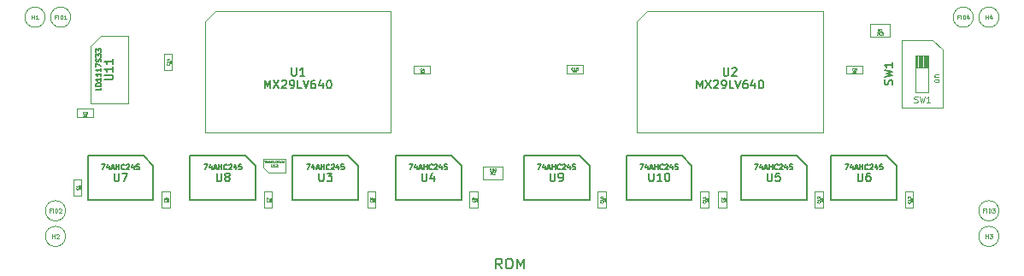
<source format=gbr>
G04 #@! TF.GenerationSoftware,KiCad,Pcbnew,(5.1.5-0-10_14)*
G04 #@! TF.CreationDate,2020-07-05T22:59:27-04:00*
G04 #@! TF.ProjectId,ROMSIMM,524f4d53-494d-44d2-9e6b-696361645f70,rev?*
G04 #@! TF.SameCoordinates,Original*
G04 #@! TF.FileFunction,Other,Fab,Top*
%FSLAX46Y46*%
G04 Gerber Fmt 4.6, Leading zero omitted, Abs format (unit mm)*
G04 Created by KiCad (PCBNEW (5.1.5-0-10_14)) date 2020-07-05 22:59:27*
%MOMM*%
%LPD*%
G04 APERTURE LIST*
%ADD10C,0.100000*%
%ADD11C,0.150000*%
%ADD12C,0.063500*%
%ADD13C,0.047625*%
%ADD14C,0.203200*%
%ADD15C,0.031750*%
%ADD16C,0.090000*%
%ADD17C,0.127000*%
G04 APERTURE END LIST*
D10*
X76438000Y-123444000D02*
G75*
G03X76438000Y-123444000I-1000000J0D01*
G01*
X168894000Y-123444000D02*
G75*
G03X168894000Y-123444000I-1000000J0D01*
G01*
X166354000Y-104267000D02*
G75*
G03X166354000Y-104267000I-1000000J0D01*
G01*
X76946000Y-104267000D02*
G75*
G03X76946000Y-104267000I-1000000J0D01*
G01*
X96000000Y-118280000D02*
X96000000Y-119130000D01*
X96500000Y-119630000D02*
X98200000Y-119630000D01*
X96000000Y-118280000D02*
X98200000Y-118280000D01*
X98200000Y-118280000D02*
X98200000Y-119630000D01*
X96000000Y-119130000D02*
X96500000Y-119630000D01*
X158099000Y-106162000D02*
X156099000Y-106162000D01*
X158099000Y-104912000D02*
X158099000Y-106162000D01*
X156099000Y-104912000D02*
X158099000Y-104912000D01*
X156099000Y-106162000D02*
X156099000Y-104912000D01*
X117750000Y-119075000D02*
X119750000Y-119075000D01*
X117750000Y-120325000D02*
X117750000Y-119075000D01*
X119750000Y-120325000D02*
X117750000Y-120325000D01*
X119750000Y-119075000D02*
X119750000Y-120325000D01*
X91250000Y-103700000D02*
X90250000Y-104700000D01*
X108650000Y-103700000D02*
X108650000Y-115700000D01*
X108650000Y-115700000D02*
X90250000Y-115700000D01*
X90250000Y-115700000D02*
X90250000Y-104700000D01*
X91250000Y-103700000D02*
X108650000Y-103700000D01*
X134040000Y-103700000D02*
X133040000Y-104700000D01*
X151440000Y-103700000D02*
X151440000Y-115700000D01*
X151440000Y-115700000D02*
X133040000Y-115700000D01*
X133040000Y-115700000D02*
X133040000Y-104700000D01*
X134040000Y-103700000D02*
X151440000Y-103700000D01*
X96900000Y-121550000D02*
X96900000Y-123150000D01*
X96100000Y-121550000D02*
X96900000Y-121550000D01*
X96100000Y-123150000D02*
X96100000Y-121550000D01*
X96900000Y-123150000D02*
X96100000Y-123150000D01*
X161925000Y-109251667D02*
X160655000Y-109251667D01*
X160725000Y-108045000D02*
X160725000Y-109251667D01*
X160825000Y-108045000D02*
X160825000Y-109251667D01*
X160925000Y-108045000D02*
X160925000Y-109251667D01*
X161025000Y-108045000D02*
X161025000Y-109251667D01*
X161125000Y-108045000D02*
X161125000Y-109251667D01*
X161225000Y-108045000D02*
X161225000Y-109251667D01*
X161325000Y-108045000D02*
X161325000Y-109251667D01*
X161425000Y-108045000D02*
X161425000Y-109251667D01*
X161525000Y-108045000D02*
X161525000Y-109251667D01*
X161625000Y-108045000D02*
X161625000Y-109251667D01*
X161725000Y-108045000D02*
X161725000Y-109251667D01*
X161825000Y-108045000D02*
X161825000Y-109251667D01*
X161925000Y-111665000D02*
X161925000Y-108045000D01*
X160655000Y-111665000D02*
X161925000Y-111665000D01*
X160655000Y-108045000D02*
X160655000Y-111665000D01*
X161925000Y-108045000D02*
X160655000Y-108045000D01*
X162340000Y-106505000D02*
X163340000Y-107505000D01*
X159240000Y-106505000D02*
X162340000Y-106505000D01*
X159240000Y-113205000D02*
X159240000Y-106505000D01*
X163340000Y-113205000D02*
X159240000Y-113205000D01*
X163340000Y-107505000D02*
X163340000Y-113205000D01*
X87000000Y-107900000D02*
X87000000Y-109500000D01*
X86200000Y-107900000D02*
X87000000Y-107900000D01*
X86200000Y-109500000D02*
X86200000Y-107900000D01*
X87000000Y-109500000D02*
X86200000Y-109500000D01*
X76438000Y-125984000D02*
G75*
G03X76438000Y-125984000I-1000000J0D01*
G01*
X168894000Y-125984000D02*
G75*
G03X168894000Y-125984000I-1000000J0D01*
G01*
D11*
X104425000Y-117950000D02*
X105425000Y-118950000D01*
X98925000Y-117950000D02*
X104425000Y-117950000D01*
X98925000Y-122350000D02*
X98925000Y-117950000D01*
X105425000Y-122350000D02*
X98925000Y-122350000D01*
X105425000Y-118950000D02*
X105425000Y-122350000D01*
X148825000Y-117950000D02*
X149825000Y-118950000D01*
X143325000Y-117950000D02*
X148825000Y-117950000D01*
X143325000Y-122350000D02*
X143325000Y-117950000D01*
X149825000Y-122350000D02*
X143325000Y-122350000D01*
X149825000Y-118950000D02*
X149825000Y-122350000D01*
D10*
X78000000Y-120323000D02*
X78000000Y-121923000D01*
X77200000Y-120323000D02*
X78000000Y-120323000D01*
X77200000Y-121923000D02*
X77200000Y-120323000D01*
X78000000Y-121923000D02*
X77200000Y-121923000D01*
X141900000Y-121550000D02*
X141900000Y-123150000D01*
X141100000Y-121550000D02*
X141900000Y-121550000D01*
X141100000Y-123150000D02*
X141100000Y-121550000D01*
X141900000Y-123150000D02*
X141100000Y-123150000D01*
X79150000Y-114150000D02*
X77550000Y-114150000D01*
X79150000Y-113350000D02*
X79150000Y-114150000D01*
X77550000Y-113350000D02*
X79150000Y-113350000D01*
X77550000Y-114150000D02*
X77550000Y-113350000D01*
X112550000Y-109850000D02*
X110950000Y-109850000D01*
X112550000Y-109050000D02*
X112550000Y-109850000D01*
X110950000Y-109050000D02*
X112550000Y-109050000D01*
X110950000Y-109850000D02*
X110950000Y-109050000D01*
X155350000Y-109850000D02*
X153750000Y-109850000D01*
X155350000Y-109050000D02*
X155350000Y-109850000D01*
X153750000Y-109050000D02*
X155350000Y-109050000D01*
X153750000Y-109850000D02*
X153750000Y-109050000D01*
X86750000Y-121550000D02*
X86750000Y-123150000D01*
X85950000Y-121550000D02*
X86750000Y-121550000D01*
X85950000Y-123150000D02*
X85950000Y-121550000D01*
X86750000Y-123150000D02*
X85950000Y-123150000D01*
X117250000Y-121550000D02*
X117250000Y-123150000D01*
X116450000Y-121550000D02*
X117250000Y-121550000D01*
X116450000Y-123150000D02*
X116450000Y-121550000D01*
X117250000Y-123150000D02*
X116450000Y-123150000D01*
X129950000Y-121550000D02*
X129950000Y-123150000D01*
X129150000Y-121550000D02*
X129950000Y-121550000D01*
X129150000Y-123150000D02*
X129150000Y-121550000D01*
X129950000Y-123150000D02*
X129150000Y-123150000D01*
X140100000Y-121550000D02*
X140100000Y-123150000D01*
X139300000Y-121550000D02*
X140100000Y-121550000D01*
X139300000Y-123150000D02*
X139300000Y-121550000D01*
X140100000Y-123150000D02*
X139300000Y-123150000D01*
X151450000Y-121550000D02*
X151450000Y-123150000D01*
X150650000Y-121550000D02*
X151450000Y-121550000D01*
X150650000Y-123150000D02*
X150650000Y-121550000D01*
X151450000Y-123150000D02*
X150650000Y-123150000D01*
X160400000Y-121550000D02*
X160400000Y-123150000D01*
X159600000Y-121550000D02*
X160400000Y-121550000D01*
X159600000Y-123150000D02*
X159600000Y-121550000D01*
X160400000Y-123150000D02*
X159600000Y-123150000D01*
D11*
X114625000Y-117950000D02*
X115625000Y-118950000D01*
X109125000Y-117950000D02*
X114625000Y-117950000D01*
X109125000Y-122350000D02*
X109125000Y-117950000D01*
X115625000Y-122350000D02*
X109125000Y-122350000D01*
X115625000Y-118950000D02*
X115625000Y-122350000D01*
X157775000Y-117950000D02*
X158775000Y-118950000D01*
X152275000Y-117950000D02*
X157775000Y-117950000D01*
X152275000Y-122350000D02*
X152275000Y-117950000D01*
X158775000Y-122350000D02*
X152275000Y-122350000D01*
X158775000Y-118950000D02*
X158775000Y-122350000D01*
X84125000Y-117950000D02*
X85125000Y-118950000D01*
X78625000Y-117950000D02*
X84125000Y-117950000D01*
X78625000Y-122350000D02*
X78625000Y-117950000D01*
X85125000Y-122350000D02*
X78625000Y-122350000D01*
X85125000Y-118950000D02*
X85125000Y-122350000D01*
X94275000Y-117950000D02*
X95275000Y-118950000D01*
X88775000Y-117950000D02*
X94275000Y-117950000D01*
X88775000Y-122350000D02*
X88775000Y-117950000D01*
X95275000Y-122350000D02*
X88775000Y-122350000D01*
X95275000Y-118950000D02*
X95275000Y-122350000D01*
X127325000Y-117950000D02*
X128325000Y-118950000D01*
X121825000Y-117950000D02*
X127325000Y-117950000D01*
X121825000Y-122350000D02*
X121825000Y-117950000D01*
X128325000Y-122350000D02*
X121825000Y-122350000D01*
X128325000Y-118950000D02*
X128325000Y-122350000D01*
X137475000Y-117950000D02*
X138475000Y-118950000D01*
X131975000Y-117950000D02*
X137475000Y-117950000D01*
X131975000Y-122350000D02*
X131975000Y-117950000D01*
X138475000Y-122350000D02*
X131975000Y-122350000D01*
X138475000Y-118950000D02*
X138475000Y-122350000D01*
D10*
X78900000Y-107100000D02*
X79900000Y-106100000D01*
X78900000Y-107100000D02*
X78900000Y-112800000D01*
X79900000Y-106100000D02*
X82600000Y-106100000D01*
X78900000Y-112800000D02*
X82600000Y-112800000D01*
X82600000Y-106100000D02*
X82600000Y-112800000D01*
X107113500Y-121550000D02*
X107113500Y-123150000D01*
X106313500Y-121550000D02*
X107113500Y-121550000D01*
X106313500Y-123150000D02*
X106313500Y-121550000D01*
X107113500Y-123150000D02*
X106313500Y-123150000D01*
X74406000Y-104267000D02*
G75*
G03X74406000Y-104267000I-1000000J0D01*
G01*
X168894000Y-104267000D02*
G75*
G03X168894000Y-104267000I-1000000J0D01*
G01*
X127650000Y-109800000D02*
X126050000Y-109800000D01*
X127650000Y-109000000D02*
X127650000Y-109800000D01*
X126050000Y-109000000D02*
X127650000Y-109000000D01*
X126050000Y-109800000D02*
X126050000Y-109000000D01*
X75009428Y-123415428D02*
X74876095Y-123415428D01*
X74876095Y-123624952D02*
X74876095Y-123224952D01*
X75066571Y-123224952D01*
X75218952Y-123624952D02*
X75218952Y-123224952D01*
X75409428Y-123624952D02*
X75409428Y-123224952D01*
X75504666Y-123224952D01*
X75561809Y-123244000D01*
X75599904Y-123282095D01*
X75618952Y-123320190D01*
X75638000Y-123396380D01*
X75638000Y-123453523D01*
X75618952Y-123529714D01*
X75599904Y-123567809D01*
X75561809Y-123605904D01*
X75504666Y-123624952D01*
X75409428Y-123624952D01*
X75790380Y-123263047D02*
X75809428Y-123244000D01*
X75847523Y-123224952D01*
X75942761Y-123224952D01*
X75980857Y-123244000D01*
X75999904Y-123263047D01*
X76018952Y-123301142D01*
X76018952Y-123339238D01*
X75999904Y-123396380D01*
X75771333Y-123624952D01*
X76018952Y-123624952D01*
X167465428Y-123415428D02*
X167332095Y-123415428D01*
X167332095Y-123624952D02*
X167332095Y-123224952D01*
X167522571Y-123224952D01*
X167674952Y-123624952D02*
X167674952Y-123224952D01*
X167865428Y-123624952D02*
X167865428Y-123224952D01*
X167960666Y-123224952D01*
X168017809Y-123244000D01*
X168055904Y-123282095D01*
X168074952Y-123320190D01*
X168094000Y-123396380D01*
X168094000Y-123453523D01*
X168074952Y-123529714D01*
X168055904Y-123567809D01*
X168017809Y-123605904D01*
X167960666Y-123624952D01*
X167865428Y-123624952D01*
X168227333Y-123224952D02*
X168474952Y-123224952D01*
X168341619Y-123377333D01*
X168398761Y-123377333D01*
X168436857Y-123396380D01*
X168455904Y-123415428D01*
X168474952Y-123453523D01*
X168474952Y-123548761D01*
X168455904Y-123586857D01*
X168436857Y-123605904D01*
X168398761Y-123624952D01*
X168284476Y-123624952D01*
X168246380Y-123605904D01*
X168227333Y-123586857D01*
X164925428Y-104238428D02*
X164792095Y-104238428D01*
X164792095Y-104447952D02*
X164792095Y-104047952D01*
X164982571Y-104047952D01*
X165134952Y-104447952D02*
X165134952Y-104047952D01*
X165325428Y-104447952D02*
X165325428Y-104047952D01*
X165420666Y-104047952D01*
X165477809Y-104067000D01*
X165515904Y-104105095D01*
X165534952Y-104143190D01*
X165554000Y-104219380D01*
X165554000Y-104276523D01*
X165534952Y-104352714D01*
X165515904Y-104390809D01*
X165477809Y-104428904D01*
X165420666Y-104447952D01*
X165325428Y-104447952D01*
X165896857Y-104181285D02*
X165896857Y-104447952D01*
X165801619Y-104028904D02*
X165706380Y-104314619D01*
X165954000Y-104314619D01*
X75517428Y-104238428D02*
X75384095Y-104238428D01*
X75384095Y-104447952D02*
X75384095Y-104047952D01*
X75574571Y-104047952D01*
X75726952Y-104447952D02*
X75726952Y-104047952D01*
X75917428Y-104447952D02*
X75917428Y-104047952D01*
X76012666Y-104047952D01*
X76069809Y-104067000D01*
X76107904Y-104105095D01*
X76126952Y-104143190D01*
X76146000Y-104219380D01*
X76146000Y-104276523D01*
X76126952Y-104352714D01*
X76107904Y-104390809D01*
X76069809Y-104428904D01*
X76012666Y-104447952D01*
X75917428Y-104447952D01*
X76526952Y-104447952D02*
X76298380Y-104447952D01*
X76412666Y-104447952D02*
X76412666Y-104047952D01*
X76374571Y-104105095D01*
X76336476Y-104143190D01*
X76298380Y-104162238D01*
D12*
X96785523Y-118810904D02*
X96785523Y-119016523D01*
X96797619Y-119040714D01*
X96809714Y-119052809D01*
X96833904Y-119064904D01*
X96882285Y-119064904D01*
X96906476Y-119052809D01*
X96918571Y-119040714D01*
X96930666Y-119016523D01*
X96930666Y-118810904D01*
X97184666Y-119064904D02*
X97039523Y-119064904D01*
X97112095Y-119064904D02*
X97112095Y-118810904D01*
X97087904Y-118847190D01*
X97063714Y-118871380D01*
X97039523Y-118883476D01*
X97281428Y-118835095D02*
X97293523Y-118823000D01*
X97317714Y-118810904D01*
X97378190Y-118810904D01*
X97402380Y-118823000D01*
X97414476Y-118835095D01*
X97426571Y-118859285D01*
X97426571Y-118883476D01*
X97414476Y-118919761D01*
X97269333Y-119064904D01*
X97426571Y-119064904D01*
D13*
X96120285Y-118495678D02*
X96247285Y-118495678D01*
X96165642Y-118686178D01*
X96401500Y-118559178D02*
X96401500Y-118686178D01*
X96356142Y-118486607D02*
X96310785Y-118622678D01*
X96428714Y-118622678D01*
X96592000Y-118686178D02*
X96501285Y-118686178D01*
X96501285Y-118495678D01*
X96628285Y-118495678D02*
X96691785Y-118686178D01*
X96755285Y-118495678D01*
X96927642Y-118668035D02*
X96918571Y-118677107D01*
X96891357Y-118686178D01*
X96873214Y-118686178D01*
X96846000Y-118677107D01*
X96827857Y-118658964D01*
X96818785Y-118640821D01*
X96809714Y-118604535D01*
X96809714Y-118577321D01*
X96818785Y-118541035D01*
X96827857Y-118522892D01*
X96846000Y-118504750D01*
X96873214Y-118495678D01*
X96891357Y-118495678D01*
X96918571Y-118504750D01*
X96927642Y-118513821D01*
X97109071Y-118686178D02*
X97000214Y-118686178D01*
X97054642Y-118686178D02*
X97054642Y-118495678D01*
X97036500Y-118522892D01*
X97018357Y-118541035D01*
X97000214Y-118550107D01*
X97290500Y-118504750D02*
X97272357Y-118495678D01*
X97245142Y-118495678D01*
X97217928Y-118504750D01*
X97199785Y-118522892D01*
X97190714Y-118541035D01*
X97181642Y-118577321D01*
X97181642Y-118604535D01*
X97190714Y-118640821D01*
X97199785Y-118658964D01*
X97217928Y-118677107D01*
X97245142Y-118686178D01*
X97263285Y-118686178D01*
X97290500Y-118677107D01*
X97299571Y-118668035D01*
X97299571Y-118604535D01*
X97263285Y-118604535D01*
X97417500Y-118495678D02*
X97435642Y-118495678D01*
X97453785Y-118504750D01*
X97462857Y-118513821D01*
X97471928Y-118531964D01*
X97481000Y-118568250D01*
X97481000Y-118613607D01*
X97471928Y-118649892D01*
X97462857Y-118668035D01*
X97453785Y-118677107D01*
X97435642Y-118686178D01*
X97417500Y-118686178D01*
X97399357Y-118677107D01*
X97390285Y-118668035D01*
X97381214Y-118649892D01*
X97372142Y-118613607D01*
X97372142Y-118568250D01*
X97381214Y-118531964D01*
X97390285Y-118513821D01*
X97399357Y-118504750D01*
X97417500Y-118495678D01*
X97553571Y-118513821D02*
X97562642Y-118504750D01*
X97580785Y-118495678D01*
X97626142Y-118495678D01*
X97644285Y-118504750D01*
X97653357Y-118513821D01*
X97662428Y-118531964D01*
X97662428Y-118550107D01*
X97653357Y-118577321D01*
X97544500Y-118686178D01*
X97662428Y-118686178D01*
X97843857Y-118504750D02*
X97825714Y-118495678D01*
X97798500Y-118495678D01*
X97771285Y-118504750D01*
X97753142Y-118522892D01*
X97744071Y-118541035D01*
X97735000Y-118577321D01*
X97735000Y-118604535D01*
X97744071Y-118640821D01*
X97753142Y-118658964D01*
X97771285Y-118677107D01*
X97798500Y-118686178D01*
X97816642Y-118686178D01*
X97843857Y-118677107D01*
X97852928Y-118668035D01*
X97852928Y-118604535D01*
X97816642Y-118604535D01*
X97916428Y-118495678D02*
X97961785Y-118686178D01*
X97998071Y-118550107D01*
X98034357Y-118686178D01*
X98079714Y-118495678D01*
D12*
X157056666Y-105651904D02*
X156972000Y-105530952D01*
X156911523Y-105651904D02*
X156911523Y-105397904D01*
X157008285Y-105397904D01*
X157032476Y-105410000D01*
X157044571Y-105422095D01*
X157056666Y-105446285D01*
X157056666Y-105482571D01*
X157044571Y-105506761D01*
X157032476Y-105518857D01*
X157008285Y-105530952D01*
X156911523Y-105530952D01*
X157298571Y-105651904D02*
X157153428Y-105651904D01*
X157226000Y-105651904D02*
X157226000Y-105397904D01*
X157201809Y-105434190D01*
X157177619Y-105458380D01*
X157153428Y-105470476D01*
X156790571Y-105747904D02*
X156947809Y-105747904D01*
X156863142Y-105844666D01*
X156899428Y-105844666D01*
X156923619Y-105856761D01*
X156935714Y-105868857D01*
X156947809Y-105893047D01*
X156947809Y-105953523D01*
X156935714Y-105977714D01*
X156923619Y-105989809D01*
X156899428Y-106001904D01*
X156826857Y-106001904D01*
X156802666Y-105989809D01*
X156790571Y-105977714D01*
X157056666Y-106001904D02*
X157056666Y-105747904D01*
X157080857Y-105905142D02*
X157153428Y-106001904D01*
X157153428Y-105832571D02*
X157056666Y-105929333D01*
X157238095Y-105747904D02*
X157395333Y-105747904D01*
X157310666Y-105844666D01*
X157346952Y-105844666D01*
X157371142Y-105856761D01*
X157383238Y-105868857D01*
X157395333Y-105893047D01*
X157395333Y-105953523D01*
X157383238Y-105977714D01*
X157371142Y-105989809D01*
X157346952Y-106001904D01*
X157274380Y-106001904D01*
X157250190Y-105989809D01*
X157238095Y-105977714D01*
X118707666Y-119814904D02*
X118623000Y-119693952D01*
X118562523Y-119814904D02*
X118562523Y-119560904D01*
X118659285Y-119560904D01*
X118683476Y-119573000D01*
X118695571Y-119585095D01*
X118707666Y-119609285D01*
X118707666Y-119645571D01*
X118695571Y-119669761D01*
X118683476Y-119681857D01*
X118659285Y-119693952D01*
X118562523Y-119693952D01*
X118804428Y-119585095D02*
X118816523Y-119573000D01*
X118840714Y-119560904D01*
X118901190Y-119560904D01*
X118925380Y-119573000D01*
X118937476Y-119585095D01*
X118949571Y-119609285D01*
X118949571Y-119633476D01*
X118937476Y-119669761D01*
X118792333Y-119814904D01*
X118949571Y-119814904D01*
X118580666Y-119464904D02*
X118435523Y-119464904D01*
X118508095Y-119464904D02*
X118508095Y-119210904D01*
X118483904Y-119247190D01*
X118459714Y-119271380D01*
X118435523Y-119283476D01*
X118737904Y-119210904D02*
X118762095Y-119210904D01*
X118786285Y-119223000D01*
X118798380Y-119235095D01*
X118810476Y-119259285D01*
X118822571Y-119307666D01*
X118822571Y-119368142D01*
X118810476Y-119416523D01*
X118798380Y-119440714D01*
X118786285Y-119452809D01*
X118762095Y-119464904D01*
X118737904Y-119464904D01*
X118713714Y-119452809D01*
X118701619Y-119440714D01*
X118689523Y-119416523D01*
X118677428Y-119368142D01*
X118677428Y-119307666D01*
X118689523Y-119259285D01*
X118701619Y-119235095D01*
X118713714Y-119223000D01*
X118737904Y-119210904D01*
X118979809Y-119210904D02*
X119004000Y-119210904D01*
X119028190Y-119223000D01*
X119040285Y-119235095D01*
X119052380Y-119259285D01*
X119064476Y-119307666D01*
X119064476Y-119368142D01*
X119052380Y-119416523D01*
X119040285Y-119440714D01*
X119028190Y-119452809D01*
X119004000Y-119464904D01*
X118979809Y-119464904D01*
X118955619Y-119452809D01*
X118943523Y-119440714D01*
X118931428Y-119416523D01*
X118919333Y-119368142D01*
X118919333Y-119307666D01*
X118931428Y-119259285D01*
X118943523Y-119235095D01*
X118955619Y-119223000D01*
X118979809Y-119210904D01*
D14*
X98830723Y-109254895D02*
X98830723Y-109912876D01*
X98869428Y-109990285D01*
X98908133Y-110028990D01*
X98985542Y-110067695D01*
X99140361Y-110067695D01*
X99217771Y-110028990D01*
X99256476Y-109990285D01*
X99295180Y-109912876D01*
X99295180Y-109254895D01*
X100107980Y-110067695D02*
X99643523Y-110067695D01*
X99875752Y-110067695D02*
X99875752Y-109254895D01*
X99798342Y-109371009D01*
X99720933Y-109448419D01*
X99643523Y-109487123D01*
X96179447Y-111317695D02*
X96179447Y-110504895D01*
X96450380Y-111085466D01*
X96721314Y-110504895D01*
X96721314Y-111317695D01*
X97030952Y-110504895D02*
X97572819Y-111317695D01*
X97572819Y-110504895D02*
X97030952Y-111317695D01*
X97843752Y-110582304D02*
X97882457Y-110543600D01*
X97959866Y-110504895D01*
X98153390Y-110504895D01*
X98230800Y-110543600D01*
X98269504Y-110582304D01*
X98308209Y-110659714D01*
X98308209Y-110737123D01*
X98269504Y-110853238D01*
X97805047Y-111317695D01*
X98308209Y-111317695D01*
X98695257Y-111317695D02*
X98850076Y-111317695D01*
X98927485Y-111278990D01*
X98966190Y-111240285D01*
X99043600Y-111124171D01*
X99082304Y-110969352D01*
X99082304Y-110659714D01*
X99043600Y-110582304D01*
X99004895Y-110543600D01*
X98927485Y-110504895D01*
X98772666Y-110504895D01*
X98695257Y-110543600D01*
X98656552Y-110582304D01*
X98617847Y-110659714D01*
X98617847Y-110853238D01*
X98656552Y-110930647D01*
X98695257Y-110969352D01*
X98772666Y-111008057D01*
X98927485Y-111008057D01*
X99004895Y-110969352D01*
X99043600Y-110930647D01*
X99082304Y-110853238D01*
X99817695Y-111317695D02*
X99430647Y-111317695D01*
X99430647Y-110504895D01*
X99972514Y-110504895D02*
X100243447Y-111317695D01*
X100514380Y-110504895D01*
X101133657Y-110504895D02*
X100978838Y-110504895D01*
X100901428Y-110543600D01*
X100862723Y-110582304D01*
X100785314Y-110698419D01*
X100746609Y-110853238D01*
X100746609Y-111162876D01*
X100785314Y-111240285D01*
X100824019Y-111278990D01*
X100901428Y-111317695D01*
X101056247Y-111317695D01*
X101133657Y-111278990D01*
X101172361Y-111240285D01*
X101211066Y-111162876D01*
X101211066Y-110969352D01*
X101172361Y-110891942D01*
X101133657Y-110853238D01*
X101056247Y-110814533D01*
X100901428Y-110814533D01*
X100824019Y-110853238D01*
X100785314Y-110891942D01*
X100746609Y-110969352D01*
X101907752Y-110775828D02*
X101907752Y-111317695D01*
X101714228Y-110466190D02*
X101520704Y-111046761D01*
X102023866Y-111046761D01*
X102488323Y-110504895D02*
X102565733Y-110504895D01*
X102643142Y-110543600D01*
X102681847Y-110582304D01*
X102720552Y-110659714D01*
X102759257Y-110814533D01*
X102759257Y-111008057D01*
X102720552Y-111162876D01*
X102681847Y-111240285D01*
X102643142Y-111278990D01*
X102565733Y-111317695D01*
X102488323Y-111317695D01*
X102410914Y-111278990D01*
X102372209Y-111240285D01*
X102333504Y-111162876D01*
X102294800Y-111008057D01*
X102294800Y-110814533D01*
X102333504Y-110659714D01*
X102372209Y-110582304D01*
X102410914Y-110543600D01*
X102488323Y-110504895D01*
X141620723Y-109254895D02*
X141620723Y-109912876D01*
X141659428Y-109990285D01*
X141698133Y-110028990D01*
X141775542Y-110067695D01*
X141930361Y-110067695D01*
X142007771Y-110028990D01*
X142046476Y-109990285D01*
X142085180Y-109912876D01*
X142085180Y-109254895D01*
X142433523Y-109332304D02*
X142472228Y-109293600D01*
X142549638Y-109254895D01*
X142743161Y-109254895D01*
X142820571Y-109293600D01*
X142859276Y-109332304D01*
X142897980Y-109409714D01*
X142897980Y-109487123D01*
X142859276Y-109603238D01*
X142394819Y-110067695D01*
X142897980Y-110067695D01*
X138969447Y-111317695D02*
X138969447Y-110504895D01*
X139240380Y-111085466D01*
X139511314Y-110504895D01*
X139511314Y-111317695D01*
X139820952Y-110504895D02*
X140362819Y-111317695D01*
X140362819Y-110504895D02*
X139820952Y-111317695D01*
X140633752Y-110582304D02*
X140672457Y-110543600D01*
X140749866Y-110504895D01*
X140943390Y-110504895D01*
X141020800Y-110543600D01*
X141059504Y-110582304D01*
X141098209Y-110659714D01*
X141098209Y-110737123D01*
X141059504Y-110853238D01*
X140595047Y-111317695D01*
X141098209Y-111317695D01*
X141485257Y-111317695D02*
X141640076Y-111317695D01*
X141717485Y-111278990D01*
X141756190Y-111240285D01*
X141833600Y-111124171D01*
X141872304Y-110969352D01*
X141872304Y-110659714D01*
X141833600Y-110582304D01*
X141794895Y-110543600D01*
X141717485Y-110504895D01*
X141562666Y-110504895D01*
X141485257Y-110543600D01*
X141446552Y-110582304D01*
X141407847Y-110659714D01*
X141407847Y-110853238D01*
X141446552Y-110930647D01*
X141485257Y-110969352D01*
X141562666Y-111008057D01*
X141717485Y-111008057D01*
X141794895Y-110969352D01*
X141833600Y-110930647D01*
X141872304Y-110853238D01*
X142607695Y-111317695D02*
X142220647Y-111317695D01*
X142220647Y-110504895D01*
X142762514Y-110504895D02*
X143033447Y-111317695D01*
X143304380Y-110504895D01*
X143923657Y-110504895D02*
X143768838Y-110504895D01*
X143691428Y-110543600D01*
X143652723Y-110582304D01*
X143575314Y-110698419D01*
X143536609Y-110853238D01*
X143536609Y-111162876D01*
X143575314Y-111240285D01*
X143614019Y-111278990D01*
X143691428Y-111317695D01*
X143846247Y-111317695D01*
X143923657Y-111278990D01*
X143962361Y-111240285D01*
X144001066Y-111162876D01*
X144001066Y-110969352D01*
X143962361Y-110891942D01*
X143923657Y-110853238D01*
X143846247Y-110814533D01*
X143691428Y-110814533D01*
X143614019Y-110853238D01*
X143575314Y-110891942D01*
X143536609Y-110969352D01*
X144697752Y-110775828D02*
X144697752Y-111317695D01*
X144504228Y-110466190D02*
X144310704Y-111046761D01*
X144813866Y-111046761D01*
X145278323Y-110504895D02*
X145355733Y-110504895D01*
X145433142Y-110543600D01*
X145471847Y-110582304D01*
X145510552Y-110659714D01*
X145549257Y-110814533D01*
X145549257Y-111008057D01*
X145510552Y-111162876D01*
X145471847Y-111240285D01*
X145433142Y-111278990D01*
X145355733Y-111317695D01*
X145278323Y-111317695D01*
X145200914Y-111278990D01*
X145162209Y-111240285D01*
X145123504Y-111162876D01*
X145084800Y-111008057D01*
X145084800Y-110814533D01*
X145123504Y-110659714D01*
X145162209Y-110582304D01*
X145200914Y-110543600D01*
X145278323Y-110504895D01*
D12*
X96590714Y-122392333D02*
X96602809Y-122404428D01*
X96614904Y-122440714D01*
X96614904Y-122464904D01*
X96602809Y-122501190D01*
X96578619Y-122525380D01*
X96554428Y-122537476D01*
X96506047Y-122549571D01*
X96469761Y-122549571D01*
X96421380Y-122537476D01*
X96397190Y-122525380D01*
X96373000Y-122501190D01*
X96360904Y-122464904D01*
X96360904Y-122440714D01*
X96373000Y-122404428D01*
X96385095Y-122392333D01*
X96360904Y-122307666D02*
X96360904Y-122138333D01*
X96614904Y-122247190D01*
D15*
X96692547Y-122504214D02*
X96686500Y-122498166D01*
X96680452Y-122486071D01*
X96680452Y-122455833D01*
X96686500Y-122443738D01*
X96692547Y-122437690D01*
X96704642Y-122431642D01*
X96716738Y-122431642D01*
X96734880Y-122437690D01*
X96807452Y-122510261D01*
X96807452Y-122431642D01*
X96722785Y-122322785D02*
X96807452Y-122322785D01*
X96722785Y-122377214D02*
X96789309Y-122377214D01*
X96801404Y-122371166D01*
X96807452Y-122359071D01*
X96807452Y-122340928D01*
X96801404Y-122328833D01*
X96795357Y-122322785D01*
X96692547Y-122268357D02*
X96686500Y-122262309D01*
X96680452Y-122250214D01*
X96680452Y-122219976D01*
X96686500Y-122207880D01*
X96692547Y-122201833D01*
X96704642Y-122195785D01*
X96716738Y-122195785D01*
X96734880Y-122201833D01*
X96807452Y-122274404D01*
X96807452Y-122195785D01*
D14*
X158316990Y-110938733D02*
X158355695Y-110822619D01*
X158355695Y-110629095D01*
X158316990Y-110551685D01*
X158278285Y-110512980D01*
X158200876Y-110474276D01*
X158123466Y-110474276D01*
X158046057Y-110512980D01*
X158007352Y-110551685D01*
X157968647Y-110629095D01*
X157929942Y-110783914D01*
X157891238Y-110861323D01*
X157852533Y-110900028D01*
X157775123Y-110938733D01*
X157697714Y-110938733D01*
X157620304Y-110900028D01*
X157581600Y-110861323D01*
X157542895Y-110783914D01*
X157542895Y-110590390D01*
X157581600Y-110474276D01*
X157542895Y-110203342D02*
X158355695Y-110009819D01*
X157775123Y-109855000D01*
X158355695Y-109700180D01*
X157542895Y-109506657D01*
X158355695Y-108771266D02*
X158355695Y-109235723D01*
X158355695Y-109003495D02*
X157542895Y-109003495D01*
X157659009Y-109080904D01*
X157736419Y-109158314D01*
X157775123Y-109235723D01*
D16*
X162903928Y-110596785D02*
X162875357Y-110653928D01*
X162846785Y-110682500D01*
X162789642Y-110711071D01*
X162618214Y-110711071D01*
X162561071Y-110682500D01*
X162532500Y-110653928D01*
X162503928Y-110596785D01*
X162503928Y-110511071D01*
X162532500Y-110453928D01*
X162561071Y-110425357D01*
X162618214Y-110396785D01*
X162789642Y-110396785D01*
X162846785Y-110425357D01*
X162875357Y-110453928D01*
X162903928Y-110511071D01*
X162903928Y-110596785D01*
X162503928Y-110139642D02*
X162903928Y-110139642D01*
X162561071Y-110139642D02*
X162532500Y-110111071D01*
X162503928Y-110053928D01*
X162503928Y-109968214D01*
X162532500Y-109911071D01*
X162589642Y-109882500D01*
X162903928Y-109882500D01*
X160490000Y-112677857D02*
X160575714Y-112706428D01*
X160718571Y-112706428D01*
X160775714Y-112677857D01*
X160804285Y-112649285D01*
X160832857Y-112592142D01*
X160832857Y-112535000D01*
X160804285Y-112477857D01*
X160775714Y-112449285D01*
X160718571Y-112420714D01*
X160604285Y-112392142D01*
X160547142Y-112363571D01*
X160518571Y-112335000D01*
X160490000Y-112277857D01*
X160490000Y-112220714D01*
X160518571Y-112163571D01*
X160547142Y-112135000D01*
X160604285Y-112106428D01*
X160747142Y-112106428D01*
X160832857Y-112135000D01*
X161032857Y-112106428D02*
X161175714Y-112706428D01*
X161290000Y-112277857D01*
X161404285Y-112706428D01*
X161547142Y-112106428D01*
X162090000Y-112706428D02*
X161747142Y-112706428D01*
X161918571Y-112706428D02*
X161918571Y-112106428D01*
X161861428Y-112192142D01*
X161804285Y-112249285D01*
X161747142Y-112277857D01*
D12*
X86690714Y-108863285D02*
X86702809Y-108875380D01*
X86714904Y-108911666D01*
X86714904Y-108935857D01*
X86702809Y-108972142D01*
X86678619Y-108996333D01*
X86654428Y-109008428D01*
X86606047Y-109020523D01*
X86569761Y-109020523D01*
X86521380Y-109008428D01*
X86497190Y-108996333D01*
X86473000Y-108972142D01*
X86460904Y-108935857D01*
X86460904Y-108911666D01*
X86473000Y-108875380D01*
X86485095Y-108863285D01*
X86714904Y-108621380D02*
X86714904Y-108766523D01*
X86714904Y-108693952D02*
X86460904Y-108693952D01*
X86497190Y-108718142D01*
X86521380Y-108742333D01*
X86533476Y-108766523D01*
X86545571Y-108403666D02*
X86714904Y-108403666D01*
X86448809Y-108464142D02*
X86630238Y-108524619D01*
X86630238Y-108367380D01*
D15*
X86792547Y-108854214D02*
X86786500Y-108848166D01*
X86780452Y-108836071D01*
X86780452Y-108805833D01*
X86786500Y-108793738D01*
X86792547Y-108787690D01*
X86804642Y-108781642D01*
X86816738Y-108781642D01*
X86834880Y-108787690D01*
X86907452Y-108860261D01*
X86907452Y-108781642D01*
X86822785Y-108672785D02*
X86907452Y-108672785D01*
X86822785Y-108727214D02*
X86889309Y-108727214D01*
X86901404Y-108721166D01*
X86907452Y-108709071D01*
X86907452Y-108690928D01*
X86901404Y-108678833D01*
X86895357Y-108672785D01*
X86792547Y-108618357D02*
X86786500Y-108612309D01*
X86780452Y-108600214D01*
X86780452Y-108569976D01*
X86786500Y-108557880D01*
X86792547Y-108551833D01*
X86804642Y-108545785D01*
X86816738Y-108545785D01*
X86834880Y-108551833D01*
X86907452Y-108624404D01*
X86907452Y-108545785D01*
D11*
X119661085Y-129179580D02*
X119327752Y-128703390D01*
X119089657Y-129179580D02*
X119089657Y-128179580D01*
X119470609Y-128179580D01*
X119565847Y-128227200D01*
X119613466Y-128274819D01*
X119661085Y-128370057D01*
X119661085Y-128512914D01*
X119613466Y-128608152D01*
X119565847Y-128655771D01*
X119470609Y-128703390D01*
X119089657Y-128703390D01*
X120280133Y-128179580D02*
X120470609Y-128179580D01*
X120565847Y-128227200D01*
X120661085Y-128322438D01*
X120708704Y-128512914D01*
X120708704Y-128846247D01*
X120661085Y-129036723D01*
X120565847Y-129131961D01*
X120470609Y-129179580D01*
X120280133Y-129179580D01*
X120184895Y-129131961D01*
X120089657Y-129036723D01*
X120042038Y-128846247D01*
X120042038Y-128512914D01*
X120089657Y-128322438D01*
X120184895Y-128227200D01*
X120280133Y-128179580D01*
X121137276Y-129179580D02*
X121137276Y-128179580D01*
X121470609Y-128893866D01*
X121803942Y-128179580D01*
X121803942Y-129179580D01*
D10*
X75133238Y-126164952D02*
X75133238Y-125764952D01*
X75133238Y-125955428D02*
X75361809Y-125955428D01*
X75361809Y-126164952D02*
X75361809Y-125764952D01*
X75533238Y-125803047D02*
X75552285Y-125784000D01*
X75590380Y-125764952D01*
X75685619Y-125764952D01*
X75723714Y-125784000D01*
X75742761Y-125803047D01*
X75761809Y-125841142D01*
X75761809Y-125879238D01*
X75742761Y-125936380D01*
X75514190Y-126164952D01*
X75761809Y-126164952D01*
X167589238Y-126164952D02*
X167589238Y-125764952D01*
X167589238Y-125955428D02*
X167817809Y-125955428D01*
X167817809Y-126164952D02*
X167817809Y-125764952D01*
X167970190Y-125764952D02*
X168217809Y-125764952D01*
X168084476Y-125917333D01*
X168141619Y-125917333D01*
X168179714Y-125936380D01*
X168198761Y-125955428D01*
X168217809Y-125993523D01*
X168217809Y-126088761D01*
X168198761Y-126126857D01*
X168179714Y-126145904D01*
X168141619Y-126164952D01*
X168027333Y-126164952D01*
X167989238Y-126145904D01*
X167970190Y-126126857D01*
D14*
X101555723Y-119704895D02*
X101555723Y-120362876D01*
X101594428Y-120440285D01*
X101633133Y-120478990D01*
X101710542Y-120517695D01*
X101865361Y-120517695D01*
X101942771Y-120478990D01*
X101981476Y-120440285D01*
X102020180Y-120362876D01*
X102020180Y-119704895D01*
X102329819Y-119704895D02*
X102832980Y-119704895D01*
X102562047Y-120014533D01*
X102678161Y-120014533D01*
X102755571Y-120053238D01*
X102794276Y-120091942D01*
X102832980Y-120169352D01*
X102832980Y-120362876D01*
X102794276Y-120440285D01*
X102755571Y-120478990D01*
X102678161Y-120517695D01*
X102445933Y-120517695D01*
X102368523Y-120478990D01*
X102329819Y-120440285D01*
D17*
X100300238Y-118855809D02*
X100638904Y-118855809D01*
X100421190Y-119363809D01*
X101050142Y-119025142D02*
X101050142Y-119363809D01*
X100929190Y-118831619D02*
X100808238Y-119194476D01*
X101122714Y-119194476D01*
X101292047Y-119218666D02*
X101533952Y-119218666D01*
X101243666Y-119363809D02*
X101413000Y-118855809D01*
X101582333Y-119363809D01*
X101751666Y-119363809D02*
X101751666Y-118855809D01*
X101751666Y-119097714D02*
X102041952Y-119097714D01*
X102041952Y-119363809D02*
X102041952Y-118855809D01*
X102574142Y-119315428D02*
X102549952Y-119339619D01*
X102477380Y-119363809D01*
X102429000Y-119363809D01*
X102356428Y-119339619D01*
X102308047Y-119291238D01*
X102283857Y-119242857D01*
X102259666Y-119146095D01*
X102259666Y-119073523D01*
X102283857Y-118976761D01*
X102308047Y-118928380D01*
X102356428Y-118880000D01*
X102429000Y-118855809D01*
X102477380Y-118855809D01*
X102549952Y-118880000D01*
X102574142Y-118904190D01*
X102767666Y-118904190D02*
X102791857Y-118880000D01*
X102840238Y-118855809D01*
X102961190Y-118855809D01*
X103009571Y-118880000D01*
X103033761Y-118904190D01*
X103057952Y-118952571D01*
X103057952Y-119000952D01*
X103033761Y-119073523D01*
X102743476Y-119363809D01*
X103057952Y-119363809D01*
X103493380Y-119025142D02*
X103493380Y-119363809D01*
X103372428Y-118831619D02*
X103251476Y-119194476D01*
X103565952Y-119194476D01*
X104001380Y-118855809D02*
X103759476Y-118855809D01*
X103735285Y-119097714D01*
X103759476Y-119073523D01*
X103807857Y-119049333D01*
X103928809Y-119049333D01*
X103977190Y-119073523D01*
X104001380Y-119097714D01*
X104025571Y-119146095D01*
X104025571Y-119267047D01*
X104001380Y-119315428D01*
X103977190Y-119339619D01*
X103928809Y-119363809D01*
X103807857Y-119363809D01*
X103759476Y-119339619D01*
X103735285Y-119315428D01*
D14*
X145955723Y-119704895D02*
X145955723Y-120362876D01*
X145994428Y-120440285D01*
X146033133Y-120478990D01*
X146110542Y-120517695D01*
X146265361Y-120517695D01*
X146342771Y-120478990D01*
X146381476Y-120440285D01*
X146420180Y-120362876D01*
X146420180Y-119704895D01*
X147194276Y-119704895D02*
X146807228Y-119704895D01*
X146768523Y-120091942D01*
X146807228Y-120053238D01*
X146884638Y-120014533D01*
X147078161Y-120014533D01*
X147155571Y-120053238D01*
X147194276Y-120091942D01*
X147232980Y-120169352D01*
X147232980Y-120362876D01*
X147194276Y-120440285D01*
X147155571Y-120478990D01*
X147078161Y-120517695D01*
X146884638Y-120517695D01*
X146807228Y-120478990D01*
X146768523Y-120440285D01*
D17*
X144700238Y-118855809D02*
X145038904Y-118855809D01*
X144821190Y-119363809D01*
X145450142Y-119025142D02*
X145450142Y-119363809D01*
X145329190Y-118831619D02*
X145208238Y-119194476D01*
X145522714Y-119194476D01*
X145692047Y-119218666D02*
X145933952Y-119218666D01*
X145643666Y-119363809D02*
X145813000Y-118855809D01*
X145982333Y-119363809D01*
X146151666Y-119363809D02*
X146151666Y-118855809D01*
X146151666Y-119097714D02*
X146441952Y-119097714D01*
X146441952Y-119363809D02*
X146441952Y-118855809D01*
X146974142Y-119315428D02*
X146949952Y-119339619D01*
X146877380Y-119363809D01*
X146829000Y-119363809D01*
X146756428Y-119339619D01*
X146708047Y-119291238D01*
X146683857Y-119242857D01*
X146659666Y-119146095D01*
X146659666Y-119073523D01*
X146683857Y-118976761D01*
X146708047Y-118928380D01*
X146756428Y-118880000D01*
X146829000Y-118855809D01*
X146877380Y-118855809D01*
X146949952Y-118880000D01*
X146974142Y-118904190D01*
X147167666Y-118904190D02*
X147191857Y-118880000D01*
X147240238Y-118855809D01*
X147361190Y-118855809D01*
X147409571Y-118880000D01*
X147433761Y-118904190D01*
X147457952Y-118952571D01*
X147457952Y-119000952D01*
X147433761Y-119073523D01*
X147143476Y-119363809D01*
X147457952Y-119363809D01*
X147893380Y-119025142D02*
X147893380Y-119363809D01*
X147772428Y-118831619D02*
X147651476Y-119194476D01*
X147965952Y-119194476D01*
X148401380Y-118855809D02*
X148159476Y-118855809D01*
X148135285Y-119097714D01*
X148159476Y-119073523D01*
X148207857Y-119049333D01*
X148328809Y-119049333D01*
X148377190Y-119073523D01*
X148401380Y-119097714D01*
X148425571Y-119146095D01*
X148425571Y-119267047D01*
X148401380Y-119315428D01*
X148377190Y-119339619D01*
X148328809Y-119363809D01*
X148207857Y-119363809D01*
X148159476Y-119339619D01*
X148135285Y-119315428D01*
D12*
X77690714Y-121165333D02*
X77702809Y-121177428D01*
X77714904Y-121213714D01*
X77714904Y-121237904D01*
X77702809Y-121274190D01*
X77678619Y-121298380D01*
X77654428Y-121310476D01*
X77606047Y-121322571D01*
X77569761Y-121322571D01*
X77521380Y-121310476D01*
X77497190Y-121298380D01*
X77473000Y-121274190D01*
X77460904Y-121237904D01*
X77460904Y-121213714D01*
X77473000Y-121177428D01*
X77485095Y-121165333D01*
X77714904Y-120923428D02*
X77714904Y-121068571D01*
X77714904Y-120996000D02*
X77460904Y-120996000D01*
X77497190Y-121020190D01*
X77521380Y-121044380D01*
X77533476Y-121068571D01*
D15*
X77792547Y-121277214D02*
X77786500Y-121271166D01*
X77780452Y-121259071D01*
X77780452Y-121228833D01*
X77786500Y-121216738D01*
X77792547Y-121210690D01*
X77804642Y-121204642D01*
X77816738Y-121204642D01*
X77834880Y-121210690D01*
X77907452Y-121283261D01*
X77907452Y-121204642D01*
X77822785Y-121095785D02*
X77907452Y-121095785D01*
X77822785Y-121150214D02*
X77889309Y-121150214D01*
X77901404Y-121144166D01*
X77907452Y-121132071D01*
X77907452Y-121113928D01*
X77901404Y-121101833D01*
X77895357Y-121095785D01*
X77792547Y-121041357D02*
X77786500Y-121035309D01*
X77780452Y-121023214D01*
X77780452Y-120992976D01*
X77786500Y-120980880D01*
X77792547Y-120974833D01*
X77804642Y-120968785D01*
X77816738Y-120968785D01*
X77834880Y-120974833D01*
X77907452Y-121047404D01*
X77907452Y-120968785D01*
D12*
X141590714Y-122392333D02*
X141602809Y-122404428D01*
X141614904Y-122440714D01*
X141614904Y-122464904D01*
X141602809Y-122501190D01*
X141578619Y-122525380D01*
X141554428Y-122537476D01*
X141506047Y-122549571D01*
X141469761Y-122549571D01*
X141421380Y-122537476D01*
X141397190Y-122525380D01*
X141373000Y-122501190D01*
X141360904Y-122464904D01*
X141360904Y-122440714D01*
X141373000Y-122404428D01*
X141385095Y-122392333D01*
X141385095Y-122295571D02*
X141373000Y-122283476D01*
X141360904Y-122259285D01*
X141360904Y-122198809D01*
X141373000Y-122174619D01*
X141385095Y-122162523D01*
X141409285Y-122150428D01*
X141433476Y-122150428D01*
X141469761Y-122162523D01*
X141614904Y-122307666D01*
X141614904Y-122150428D01*
D15*
X141692547Y-122504214D02*
X141686500Y-122498166D01*
X141680452Y-122486071D01*
X141680452Y-122455833D01*
X141686500Y-122443738D01*
X141692547Y-122437690D01*
X141704642Y-122431642D01*
X141716738Y-122431642D01*
X141734880Y-122437690D01*
X141807452Y-122510261D01*
X141807452Y-122431642D01*
X141722785Y-122322785D02*
X141807452Y-122322785D01*
X141722785Y-122377214D02*
X141789309Y-122377214D01*
X141801404Y-122371166D01*
X141807452Y-122359071D01*
X141807452Y-122340928D01*
X141801404Y-122328833D01*
X141795357Y-122322785D01*
X141692547Y-122268357D02*
X141686500Y-122262309D01*
X141680452Y-122250214D01*
X141680452Y-122219976D01*
X141686500Y-122207880D01*
X141692547Y-122201833D01*
X141704642Y-122195785D01*
X141716738Y-122195785D01*
X141734880Y-122201833D01*
X141807452Y-122274404D01*
X141807452Y-122195785D01*
D12*
X78307666Y-113840714D02*
X78295571Y-113852809D01*
X78259285Y-113864904D01*
X78235095Y-113864904D01*
X78198809Y-113852809D01*
X78174619Y-113828619D01*
X78162523Y-113804428D01*
X78150428Y-113756047D01*
X78150428Y-113719761D01*
X78162523Y-113671380D01*
X78174619Y-113647190D01*
X78198809Y-113623000D01*
X78235095Y-113610904D01*
X78259285Y-113610904D01*
X78295571Y-113623000D01*
X78307666Y-113635095D01*
X78392333Y-113610904D02*
X78549571Y-113610904D01*
X78464904Y-113707666D01*
X78501190Y-113707666D01*
X78525380Y-113719761D01*
X78537476Y-113731857D01*
X78549571Y-113756047D01*
X78549571Y-113816523D01*
X78537476Y-113840714D01*
X78525380Y-113852809D01*
X78501190Y-113864904D01*
X78428619Y-113864904D01*
X78404428Y-113852809D01*
X78392333Y-113840714D01*
D15*
X78195785Y-113942547D02*
X78201833Y-113936500D01*
X78213928Y-113930452D01*
X78244166Y-113930452D01*
X78256261Y-113936500D01*
X78262309Y-113942547D01*
X78268357Y-113954642D01*
X78268357Y-113966738D01*
X78262309Y-113984880D01*
X78189738Y-114057452D01*
X78268357Y-114057452D01*
X78377214Y-113972785D02*
X78377214Y-114057452D01*
X78322785Y-113972785D02*
X78322785Y-114039309D01*
X78328833Y-114051404D01*
X78340928Y-114057452D01*
X78359071Y-114057452D01*
X78371166Y-114051404D01*
X78377214Y-114045357D01*
X78431642Y-113942547D02*
X78437690Y-113936500D01*
X78449785Y-113930452D01*
X78480023Y-113930452D01*
X78492119Y-113936500D01*
X78498166Y-113942547D01*
X78504214Y-113954642D01*
X78504214Y-113966738D01*
X78498166Y-113984880D01*
X78425595Y-114057452D01*
X78504214Y-114057452D01*
D12*
X111707666Y-109540714D02*
X111695571Y-109552809D01*
X111659285Y-109564904D01*
X111635095Y-109564904D01*
X111598809Y-109552809D01*
X111574619Y-109528619D01*
X111562523Y-109504428D01*
X111550428Y-109456047D01*
X111550428Y-109419761D01*
X111562523Y-109371380D01*
X111574619Y-109347190D01*
X111598809Y-109323000D01*
X111635095Y-109310904D01*
X111659285Y-109310904D01*
X111695571Y-109323000D01*
X111707666Y-109335095D01*
X111925380Y-109395571D02*
X111925380Y-109564904D01*
X111864904Y-109298809D02*
X111804428Y-109480238D01*
X111961666Y-109480238D01*
D15*
X111595785Y-109642547D02*
X111601833Y-109636500D01*
X111613928Y-109630452D01*
X111644166Y-109630452D01*
X111656261Y-109636500D01*
X111662309Y-109642547D01*
X111668357Y-109654642D01*
X111668357Y-109666738D01*
X111662309Y-109684880D01*
X111589738Y-109757452D01*
X111668357Y-109757452D01*
X111777214Y-109672785D02*
X111777214Y-109757452D01*
X111722785Y-109672785D02*
X111722785Y-109739309D01*
X111728833Y-109751404D01*
X111740928Y-109757452D01*
X111759071Y-109757452D01*
X111771166Y-109751404D01*
X111777214Y-109745357D01*
X111831642Y-109642547D02*
X111837690Y-109636500D01*
X111849785Y-109630452D01*
X111880023Y-109630452D01*
X111892119Y-109636500D01*
X111898166Y-109642547D01*
X111904214Y-109654642D01*
X111904214Y-109666738D01*
X111898166Y-109684880D01*
X111825595Y-109757452D01*
X111904214Y-109757452D01*
D12*
X154507666Y-109540714D02*
X154495571Y-109552809D01*
X154459285Y-109564904D01*
X154435095Y-109564904D01*
X154398809Y-109552809D01*
X154374619Y-109528619D01*
X154362523Y-109504428D01*
X154350428Y-109456047D01*
X154350428Y-109419761D01*
X154362523Y-109371380D01*
X154374619Y-109347190D01*
X154398809Y-109323000D01*
X154435095Y-109310904D01*
X154459285Y-109310904D01*
X154495571Y-109323000D01*
X154507666Y-109335095D01*
X154737476Y-109310904D02*
X154616523Y-109310904D01*
X154604428Y-109431857D01*
X154616523Y-109419761D01*
X154640714Y-109407666D01*
X154701190Y-109407666D01*
X154725380Y-109419761D01*
X154737476Y-109431857D01*
X154749571Y-109456047D01*
X154749571Y-109516523D01*
X154737476Y-109540714D01*
X154725380Y-109552809D01*
X154701190Y-109564904D01*
X154640714Y-109564904D01*
X154616523Y-109552809D01*
X154604428Y-109540714D01*
D15*
X154395785Y-109642547D02*
X154401833Y-109636500D01*
X154413928Y-109630452D01*
X154444166Y-109630452D01*
X154456261Y-109636500D01*
X154462309Y-109642547D01*
X154468357Y-109654642D01*
X154468357Y-109666738D01*
X154462309Y-109684880D01*
X154389738Y-109757452D01*
X154468357Y-109757452D01*
X154577214Y-109672785D02*
X154577214Y-109757452D01*
X154522785Y-109672785D02*
X154522785Y-109739309D01*
X154528833Y-109751404D01*
X154540928Y-109757452D01*
X154559071Y-109757452D01*
X154571166Y-109751404D01*
X154577214Y-109745357D01*
X154631642Y-109642547D02*
X154637690Y-109636500D01*
X154649785Y-109630452D01*
X154680023Y-109630452D01*
X154692119Y-109636500D01*
X154698166Y-109642547D01*
X154704214Y-109654642D01*
X154704214Y-109666738D01*
X154698166Y-109684880D01*
X154625595Y-109757452D01*
X154704214Y-109757452D01*
D12*
X86440714Y-122392333D02*
X86452809Y-122404428D01*
X86464904Y-122440714D01*
X86464904Y-122464904D01*
X86452809Y-122501190D01*
X86428619Y-122525380D01*
X86404428Y-122537476D01*
X86356047Y-122549571D01*
X86319761Y-122549571D01*
X86271380Y-122537476D01*
X86247190Y-122525380D01*
X86223000Y-122501190D01*
X86210904Y-122464904D01*
X86210904Y-122440714D01*
X86223000Y-122404428D01*
X86235095Y-122392333D01*
X86210904Y-122174619D02*
X86210904Y-122223000D01*
X86223000Y-122247190D01*
X86235095Y-122259285D01*
X86271380Y-122283476D01*
X86319761Y-122295571D01*
X86416523Y-122295571D01*
X86440714Y-122283476D01*
X86452809Y-122271380D01*
X86464904Y-122247190D01*
X86464904Y-122198809D01*
X86452809Y-122174619D01*
X86440714Y-122162523D01*
X86416523Y-122150428D01*
X86356047Y-122150428D01*
X86331857Y-122162523D01*
X86319761Y-122174619D01*
X86307666Y-122198809D01*
X86307666Y-122247190D01*
X86319761Y-122271380D01*
X86331857Y-122283476D01*
X86356047Y-122295571D01*
D15*
X86542547Y-122504214D02*
X86536500Y-122498166D01*
X86530452Y-122486071D01*
X86530452Y-122455833D01*
X86536500Y-122443738D01*
X86542547Y-122437690D01*
X86554642Y-122431642D01*
X86566738Y-122431642D01*
X86584880Y-122437690D01*
X86657452Y-122510261D01*
X86657452Y-122431642D01*
X86572785Y-122322785D02*
X86657452Y-122322785D01*
X86572785Y-122377214D02*
X86639309Y-122377214D01*
X86651404Y-122371166D01*
X86657452Y-122359071D01*
X86657452Y-122340928D01*
X86651404Y-122328833D01*
X86645357Y-122322785D01*
X86542547Y-122268357D02*
X86536500Y-122262309D01*
X86530452Y-122250214D01*
X86530452Y-122219976D01*
X86536500Y-122207880D01*
X86542547Y-122201833D01*
X86554642Y-122195785D01*
X86566738Y-122195785D01*
X86584880Y-122201833D01*
X86657452Y-122274404D01*
X86657452Y-122195785D01*
D12*
X116940714Y-122392333D02*
X116952809Y-122404428D01*
X116964904Y-122440714D01*
X116964904Y-122464904D01*
X116952809Y-122501190D01*
X116928619Y-122525380D01*
X116904428Y-122537476D01*
X116856047Y-122549571D01*
X116819761Y-122549571D01*
X116771380Y-122537476D01*
X116747190Y-122525380D01*
X116723000Y-122501190D01*
X116710904Y-122464904D01*
X116710904Y-122440714D01*
X116723000Y-122404428D01*
X116735095Y-122392333D01*
X116964904Y-122271380D02*
X116964904Y-122223000D01*
X116952809Y-122198809D01*
X116940714Y-122186714D01*
X116904428Y-122162523D01*
X116856047Y-122150428D01*
X116759285Y-122150428D01*
X116735095Y-122162523D01*
X116723000Y-122174619D01*
X116710904Y-122198809D01*
X116710904Y-122247190D01*
X116723000Y-122271380D01*
X116735095Y-122283476D01*
X116759285Y-122295571D01*
X116819761Y-122295571D01*
X116843952Y-122283476D01*
X116856047Y-122271380D01*
X116868142Y-122247190D01*
X116868142Y-122198809D01*
X116856047Y-122174619D01*
X116843952Y-122162523D01*
X116819761Y-122150428D01*
D15*
X117042547Y-122504214D02*
X117036500Y-122498166D01*
X117030452Y-122486071D01*
X117030452Y-122455833D01*
X117036500Y-122443738D01*
X117042547Y-122437690D01*
X117054642Y-122431642D01*
X117066738Y-122431642D01*
X117084880Y-122437690D01*
X117157452Y-122510261D01*
X117157452Y-122431642D01*
X117072785Y-122322785D02*
X117157452Y-122322785D01*
X117072785Y-122377214D02*
X117139309Y-122377214D01*
X117151404Y-122371166D01*
X117157452Y-122359071D01*
X117157452Y-122340928D01*
X117151404Y-122328833D01*
X117145357Y-122322785D01*
X117042547Y-122268357D02*
X117036500Y-122262309D01*
X117030452Y-122250214D01*
X117030452Y-122219976D01*
X117036500Y-122207880D01*
X117042547Y-122201833D01*
X117054642Y-122195785D01*
X117066738Y-122195785D01*
X117084880Y-122201833D01*
X117157452Y-122274404D01*
X117157452Y-122195785D01*
D12*
X129640714Y-122513285D02*
X129652809Y-122525380D01*
X129664904Y-122561666D01*
X129664904Y-122585857D01*
X129652809Y-122622142D01*
X129628619Y-122646333D01*
X129604428Y-122658428D01*
X129556047Y-122670523D01*
X129519761Y-122670523D01*
X129471380Y-122658428D01*
X129447190Y-122646333D01*
X129423000Y-122622142D01*
X129410904Y-122585857D01*
X129410904Y-122561666D01*
X129423000Y-122525380D01*
X129435095Y-122513285D01*
X129664904Y-122271380D02*
X129664904Y-122416523D01*
X129664904Y-122343952D02*
X129410904Y-122343952D01*
X129447190Y-122368142D01*
X129471380Y-122392333D01*
X129483476Y-122416523D01*
X129410904Y-122114142D02*
X129410904Y-122089952D01*
X129423000Y-122065761D01*
X129435095Y-122053666D01*
X129459285Y-122041571D01*
X129507666Y-122029476D01*
X129568142Y-122029476D01*
X129616523Y-122041571D01*
X129640714Y-122053666D01*
X129652809Y-122065761D01*
X129664904Y-122089952D01*
X129664904Y-122114142D01*
X129652809Y-122138333D01*
X129640714Y-122150428D01*
X129616523Y-122162523D01*
X129568142Y-122174619D01*
X129507666Y-122174619D01*
X129459285Y-122162523D01*
X129435095Y-122150428D01*
X129423000Y-122138333D01*
X129410904Y-122114142D01*
D15*
X129742547Y-122504214D02*
X129736500Y-122498166D01*
X129730452Y-122486071D01*
X129730452Y-122455833D01*
X129736500Y-122443738D01*
X129742547Y-122437690D01*
X129754642Y-122431642D01*
X129766738Y-122431642D01*
X129784880Y-122437690D01*
X129857452Y-122510261D01*
X129857452Y-122431642D01*
X129772785Y-122322785D02*
X129857452Y-122322785D01*
X129772785Y-122377214D02*
X129839309Y-122377214D01*
X129851404Y-122371166D01*
X129857452Y-122359071D01*
X129857452Y-122340928D01*
X129851404Y-122328833D01*
X129845357Y-122322785D01*
X129742547Y-122268357D02*
X129736500Y-122262309D01*
X129730452Y-122250214D01*
X129730452Y-122219976D01*
X129736500Y-122207880D01*
X129742547Y-122201833D01*
X129754642Y-122195785D01*
X129766738Y-122195785D01*
X129784880Y-122201833D01*
X129857452Y-122274404D01*
X129857452Y-122195785D01*
D12*
X139790714Y-122513285D02*
X139802809Y-122525380D01*
X139814904Y-122561666D01*
X139814904Y-122585857D01*
X139802809Y-122622142D01*
X139778619Y-122646333D01*
X139754428Y-122658428D01*
X139706047Y-122670523D01*
X139669761Y-122670523D01*
X139621380Y-122658428D01*
X139597190Y-122646333D01*
X139573000Y-122622142D01*
X139560904Y-122585857D01*
X139560904Y-122561666D01*
X139573000Y-122525380D01*
X139585095Y-122513285D01*
X139814904Y-122271380D02*
X139814904Y-122416523D01*
X139814904Y-122343952D02*
X139560904Y-122343952D01*
X139597190Y-122368142D01*
X139621380Y-122392333D01*
X139633476Y-122416523D01*
X139814904Y-122029476D02*
X139814904Y-122174619D01*
X139814904Y-122102047D02*
X139560904Y-122102047D01*
X139597190Y-122126238D01*
X139621380Y-122150428D01*
X139633476Y-122174619D01*
D15*
X139892547Y-122504214D02*
X139886500Y-122498166D01*
X139880452Y-122486071D01*
X139880452Y-122455833D01*
X139886500Y-122443738D01*
X139892547Y-122437690D01*
X139904642Y-122431642D01*
X139916738Y-122431642D01*
X139934880Y-122437690D01*
X140007452Y-122510261D01*
X140007452Y-122431642D01*
X139922785Y-122322785D02*
X140007452Y-122322785D01*
X139922785Y-122377214D02*
X139989309Y-122377214D01*
X140001404Y-122371166D01*
X140007452Y-122359071D01*
X140007452Y-122340928D01*
X140001404Y-122328833D01*
X139995357Y-122322785D01*
X139892547Y-122268357D02*
X139886500Y-122262309D01*
X139880452Y-122250214D01*
X139880452Y-122219976D01*
X139886500Y-122207880D01*
X139892547Y-122201833D01*
X139904642Y-122195785D01*
X139916738Y-122195785D01*
X139934880Y-122201833D01*
X140007452Y-122274404D01*
X140007452Y-122195785D01*
D12*
X151140714Y-122513285D02*
X151152809Y-122525380D01*
X151164904Y-122561666D01*
X151164904Y-122585857D01*
X151152809Y-122622142D01*
X151128619Y-122646333D01*
X151104428Y-122658428D01*
X151056047Y-122670523D01*
X151019761Y-122670523D01*
X150971380Y-122658428D01*
X150947190Y-122646333D01*
X150923000Y-122622142D01*
X150910904Y-122585857D01*
X150910904Y-122561666D01*
X150923000Y-122525380D01*
X150935095Y-122513285D01*
X151164904Y-122271380D02*
X151164904Y-122416523D01*
X151164904Y-122343952D02*
X150910904Y-122343952D01*
X150947190Y-122368142D01*
X150971380Y-122392333D01*
X150983476Y-122416523D01*
X150935095Y-122174619D02*
X150923000Y-122162523D01*
X150910904Y-122138333D01*
X150910904Y-122077857D01*
X150923000Y-122053666D01*
X150935095Y-122041571D01*
X150959285Y-122029476D01*
X150983476Y-122029476D01*
X151019761Y-122041571D01*
X151164904Y-122186714D01*
X151164904Y-122029476D01*
D15*
X151242547Y-122504214D02*
X151236500Y-122498166D01*
X151230452Y-122486071D01*
X151230452Y-122455833D01*
X151236500Y-122443738D01*
X151242547Y-122437690D01*
X151254642Y-122431642D01*
X151266738Y-122431642D01*
X151284880Y-122437690D01*
X151357452Y-122510261D01*
X151357452Y-122431642D01*
X151272785Y-122322785D02*
X151357452Y-122322785D01*
X151272785Y-122377214D02*
X151339309Y-122377214D01*
X151351404Y-122371166D01*
X151357452Y-122359071D01*
X151357452Y-122340928D01*
X151351404Y-122328833D01*
X151345357Y-122322785D01*
X151242547Y-122268357D02*
X151236500Y-122262309D01*
X151230452Y-122250214D01*
X151230452Y-122219976D01*
X151236500Y-122207880D01*
X151242547Y-122201833D01*
X151254642Y-122195785D01*
X151266738Y-122195785D01*
X151284880Y-122201833D01*
X151357452Y-122274404D01*
X151357452Y-122195785D01*
D12*
X160090714Y-122513285D02*
X160102809Y-122525380D01*
X160114904Y-122561666D01*
X160114904Y-122585857D01*
X160102809Y-122622142D01*
X160078619Y-122646333D01*
X160054428Y-122658428D01*
X160006047Y-122670523D01*
X159969761Y-122670523D01*
X159921380Y-122658428D01*
X159897190Y-122646333D01*
X159873000Y-122622142D01*
X159860904Y-122585857D01*
X159860904Y-122561666D01*
X159873000Y-122525380D01*
X159885095Y-122513285D01*
X160114904Y-122271380D02*
X160114904Y-122416523D01*
X160114904Y-122343952D02*
X159860904Y-122343952D01*
X159897190Y-122368142D01*
X159921380Y-122392333D01*
X159933476Y-122416523D01*
X159860904Y-122186714D02*
X159860904Y-122029476D01*
X159957666Y-122114142D01*
X159957666Y-122077857D01*
X159969761Y-122053666D01*
X159981857Y-122041571D01*
X160006047Y-122029476D01*
X160066523Y-122029476D01*
X160090714Y-122041571D01*
X160102809Y-122053666D01*
X160114904Y-122077857D01*
X160114904Y-122150428D01*
X160102809Y-122174619D01*
X160090714Y-122186714D01*
D15*
X160192547Y-122504214D02*
X160186500Y-122498166D01*
X160180452Y-122486071D01*
X160180452Y-122455833D01*
X160186500Y-122443738D01*
X160192547Y-122437690D01*
X160204642Y-122431642D01*
X160216738Y-122431642D01*
X160234880Y-122437690D01*
X160307452Y-122510261D01*
X160307452Y-122431642D01*
X160222785Y-122322785D02*
X160307452Y-122322785D01*
X160222785Y-122377214D02*
X160289309Y-122377214D01*
X160301404Y-122371166D01*
X160307452Y-122359071D01*
X160307452Y-122340928D01*
X160301404Y-122328833D01*
X160295357Y-122322785D01*
X160192547Y-122268357D02*
X160186500Y-122262309D01*
X160180452Y-122250214D01*
X160180452Y-122219976D01*
X160186500Y-122207880D01*
X160192547Y-122201833D01*
X160204642Y-122195785D01*
X160216738Y-122195785D01*
X160234880Y-122201833D01*
X160307452Y-122274404D01*
X160307452Y-122195785D01*
D14*
X111755723Y-119704895D02*
X111755723Y-120362876D01*
X111794428Y-120440285D01*
X111833133Y-120478990D01*
X111910542Y-120517695D01*
X112065361Y-120517695D01*
X112142771Y-120478990D01*
X112181476Y-120440285D01*
X112220180Y-120362876D01*
X112220180Y-119704895D01*
X112955571Y-119975828D02*
X112955571Y-120517695D01*
X112762047Y-119666190D02*
X112568523Y-120246761D01*
X113071685Y-120246761D01*
D17*
X110500238Y-118855809D02*
X110838904Y-118855809D01*
X110621190Y-119363809D01*
X111250142Y-119025142D02*
X111250142Y-119363809D01*
X111129190Y-118831619D02*
X111008238Y-119194476D01*
X111322714Y-119194476D01*
X111492047Y-119218666D02*
X111733952Y-119218666D01*
X111443666Y-119363809D02*
X111613000Y-118855809D01*
X111782333Y-119363809D01*
X111951666Y-119363809D02*
X111951666Y-118855809D01*
X111951666Y-119097714D02*
X112241952Y-119097714D01*
X112241952Y-119363809D02*
X112241952Y-118855809D01*
X112774142Y-119315428D02*
X112749952Y-119339619D01*
X112677380Y-119363809D01*
X112629000Y-119363809D01*
X112556428Y-119339619D01*
X112508047Y-119291238D01*
X112483857Y-119242857D01*
X112459666Y-119146095D01*
X112459666Y-119073523D01*
X112483857Y-118976761D01*
X112508047Y-118928380D01*
X112556428Y-118880000D01*
X112629000Y-118855809D01*
X112677380Y-118855809D01*
X112749952Y-118880000D01*
X112774142Y-118904190D01*
X112967666Y-118904190D02*
X112991857Y-118880000D01*
X113040238Y-118855809D01*
X113161190Y-118855809D01*
X113209571Y-118880000D01*
X113233761Y-118904190D01*
X113257952Y-118952571D01*
X113257952Y-119000952D01*
X113233761Y-119073523D01*
X112943476Y-119363809D01*
X113257952Y-119363809D01*
X113693380Y-119025142D02*
X113693380Y-119363809D01*
X113572428Y-118831619D02*
X113451476Y-119194476D01*
X113765952Y-119194476D01*
X114201380Y-118855809D02*
X113959476Y-118855809D01*
X113935285Y-119097714D01*
X113959476Y-119073523D01*
X114007857Y-119049333D01*
X114128809Y-119049333D01*
X114177190Y-119073523D01*
X114201380Y-119097714D01*
X114225571Y-119146095D01*
X114225571Y-119267047D01*
X114201380Y-119315428D01*
X114177190Y-119339619D01*
X114128809Y-119363809D01*
X114007857Y-119363809D01*
X113959476Y-119339619D01*
X113935285Y-119315428D01*
D14*
X154905723Y-119704895D02*
X154905723Y-120362876D01*
X154944428Y-120440285D01*
X154983133Y-120478990D01*
X155060542Y-120517695D01*
X155215361Y-120517695D01*
X155292771Y-120478990D01*
X155331476Y-120440285D01*
X155370180Y-120362876D01*
X155370180Y-119704895D01*
X156105571Y-119704895D02*
X155950752Y-119704895D01*
X155873342Y-119743600D01*
X155834638Y-119782304D01*
X155757228Y-119898419D01*
X155718523Y-120053238D01*
X155718523Y-120362876D01*
X155757228Y-120440285D01*
X155795933Y-120478990D01*
X155873342Y-120517695D01*
X156028161Y-120517695D01*
X156105571Y-120478990D01*
X156144276Y-120440285D01*
X156182980Y-120362876D01*
X156182980Y-120169352D01*
X156144276Y-120091942D01*
X156105571Y-120053238D01*
X156028161Y-120014533D01*
X155873342Y-120014533D01*
X155795933Y-120053238D01*
X155757228Y-120091942D01*
X155718523Y-120169352D01*
D17*
X153650238Y-118855809D02*
X153988904Y-118855809D01*
X153771190Y-119363809D01*
X154400142Y-119025142D02*
X154400142Y-119363809D01*
X154279190Y-118831619D02*
X154158238Y-119194476D01*
X154472714Y-119194476D01*
X154642047Y-119218666D02*
X154883952Y-119218666D01*
X154593666Y-119363809D02*
X154763000Y-118855809D01*
X154932333Y-119363809D01*
X155101666Y-119363809D02*
X155101666Y-118855809D01*
X155101666Y-119097714D02*
X155391952Y-119097714D01*
X155391952Y-119363809D02*
X155391952Y-118855809D01*
X155924142Y-119315428D02*
X155899952Y-119339619D01*
X155827380Y-119363809D01*
X155779000Y-119363809D01*
X155706428Y-119339619D01*
X155658047Y-119291238D01*
X155633857Y-119242857D01*
X155609666Y-119146095D01*
X155609666Y-119073523D01*
X155633857Y-118976761D01*
X155658047Y-118928380D01*
X155706428Y-118880000D01*
X155779000Y-118855809D01*
X155827380Y-118855809D01*
X155899952Y-118880000D01*
X155924142Y-118904190D01*
X156117666Y-118904190D02*
X156141857Y-118880000D01*
X156190238Y-118855809D01*
X156311190Y-118855809D01*
X156359571Y-118880000D01*
X156383761Y-118904190D01*
X156407952Y-118952571D01*
X156407952Y-119000952D01*
X156383761Y-119073523D01*
X156093476Y-119363809D01*
X156407952Y-119363809D01*
X156843380Y-119025142D02*
X156843380Y-119363809D01*
X156722428Y-118831619D02*
X156601476Y-119194476D01*
X156915952Y-119194476D01*
X157351380Y-118855809D02*
X157109476Y-118855809D01*
X157085285Y-119097714D01*
X157109476Y-119073523D01*
X157157857Y-119049333D01*
X157278809Y-119049333D01*
X157327190Y-119073523D01*
X157351380Y-119097714D01*
X157375571Y-119146095D01*
X157375571Y-119267047D01*
X157351380Y-119315428D01*
X157327190Y-119339619D01*
X157278809Y-119363809D01*
X157157857Y-119363809D01*
X157109476Y-119339619D01*
X157085285Y-119315428D01*
D14*
X81255723Y-119704895D02*
X81255723Y-120362876D01*
X81294428Y-120440285D01*
X81333133Y-120478990D01*
X81410542Y-120517695D01*
X81565361Y-120517695D01*
X81642771Y-120478990D01*
X81681476Y-120440285D01*
X81720180Y-120362876D01*
X81720180Y-119704895D01*
X82029819Y-119704895D02*
X82571685Y-119704895D01*
X82223342Y-120517695D01*
D17*
X80000238Y-118855809D02*
X80338904Y-118855809D01*
X80121190Y-119363809D01*
X80750142Y-119025142D02*
X80750142Y-119363809D01*
X80629190Y-118831619D02*
X80508238Y-119194476D01*
X80822714Y-119194476D01*
X80992047Y-119218666D02*
X81233952Y-119218666D01*
X80943666Y-119363809D02*
X81113000Y-118855809D01*
X81282333Y-119363809D01*
X81451666Y-119363809D02*
X81451666Y-118855809D01*
X81451666Y-119097714D02*
X81741952Y-119097714D01*
X81741952Y-119363809D02*
X81741952Y-118855809D01*
X82274142Y-119315428D02*
X82249952Y-119339619D01*
X82177380Y-119363809D01*
X82129000Y-119363809D01*
X82056428Y-119339619D01*
X82008047Y-119291238D01*
X81983857Y-119242857D01*
X81959666Y-119146095D01*
X81959666Y-119073523D01*
X81983857Y-118976761D01*
X82008047Y-118928380D01*
X82056428Y-118880000D01*
X82129000Y-118855809D01*
X82177380Y-118855809D01*
X82249952Y-118880000D01*
X82274142Y-118904190D01*
X82467666Y-118904190D02*
X82491857Y-118880000D01*
X82540238Y-118855809D01*
X82661190Y-118855809D01*
X82709571Y-118880000D01*
X82733761Y-118904190D01*
X82757952Y-118952571D01*
X82757952Y-119000952D01*
X82733761Y-119073523D01*
X82443476Y-119363809D01*
X82757952Y-119363809D01*
X83193380Y-119025142D02*
X83193380Y-119363809D01*
X83072428Y-118831619D02*
X82951476Y-119194476D01*
X83265952Y-119194476D01*
X83701380Y-118855809D02*
X83459476Y-118855809D01*
X83435285Y-119097714D01*
X83459476Y-119073523D01*
X83507857Y-119049333D01*
X83628809Y-119049333D01*
X83677190Y-119073523D01*
X83701380Y-119097714D01*
X83725571Y-119146095D01*
X83725571Y-119267047D01*
X83701380Y-119315428D01*
X83677190Y-119339619D01*
X83628809Y-119363809D01*
X83507857Y-119363809D01*
X83459476Y-119339619D01*
X83435285Y-119315428D01*
D14*
X91405723Y-119704895D02*
X91405723Y-120362876D01*
X91444428Y-120440285D01*
X91483133Y-120478990D01*
X91560542Y-120517695D01*
X91715361Y-120517695D01*
X91792771Y-120478990D01*
X91831476Y-120440285D01*
X91870180Y-120362876D01*
X91870180Y-119704895D01*
X92373342Y-120053238D02*
X92295933Y-120014533D01*
X92257228Y-119975828D01*
X92218523Y-119898419D01*
X92218523Y-119859714D01*
X92257228Y-119782304D01*
X92295933Y-119743600D01*
X92373342Y-119704895D01*
X92528161Y-119704895D01*
X92605571Y-119743600D01*
X92644276Y-119782304D01*
X92682980Y-119859714D01*
X92682980Y-119898419D01*
X92644276Y-119975828D01*
X92605571Y-120014533D01*
X92528161Y-120053238D01*
X92373342Y-120053238D01*
X92295933Y-120091942D01*
X92257228Y-120130647D01*
X92218523Y-120208057D01*
X92218523Y-120362876D01*
X92257228Y-120440285D01*
X92295933Y-120478990D01*
X92373342Y-120517695D01*
X92528161Y-120517695D01*
X92605571Y-120478990D01*
X92644276Y-120440285D01*
X92682980Y-120362876D01*
X92682980Y-120208057D01*
X92644276Y-120130647D01*
X92605571Y-120091942D01*
X92528161Y-120053238D01*
D17*
X90150238Y-118855809D02*
X90488904Y-118855809D01*
X90271190Y-119363809D01*
X90900142Y-119025142D02*
X90900142Y-119363809D01*
X90779190Y-118831619D02*
X90658238Y-119194476D01*
X90972714Y-119194476D01*
X91142047Y-119218666D02*
X91383952Y-119218666D01*
X91093666Y-119363809D02*
X91263000Y-118855809D01*
X91432333Y-119363809D01*
X91601666Y-119363809D02*
X91601666Y-118855809D01*
X91601666Y-119097714D02*
X91891952Y-119097714D01*
X91891952Y-119363809D02*
X91891952Y-118855809D01*
X92424142Y-119315428D02*
X92399952Y-119339619D01*
X92327380Y-119363809D01*
X92279000Y-119363809D01*
X92206428Y-119339619D01*
X92158047Y-119291238D01*
X92133857Y-119242857D01*
X92109666Y-119146095D01*
X92109666Y-119073523D01*
X92133857Y-118976761D01*
X92158047Y-118928380D01*
X92206428Y-118880000D01*
X92279000Y-118855809D01*
X92327380Y-118855809D01*
X92399952Y-118880000D01*
X92424142Y-118904190D01*
X92617666Y-118904190D02*
X92641857Y-118880000D01*
X92690238Y-118855809D01*
X92811190Y-118855809D01*
X92859571Y-118880000D01*
X92883761Y-118904190D01*
X92907952Y-118952571D01*
X92907952Y-119000952D01*
X92883761Y-119073523D01*
X92593476Y-119363809D01*
X92907952Y-119363809D01*
X93343380Y-119025142D02*
X93343380Y-119363809D01*
X93222428Y-118831619D02*
X93101476Y-119194476D01*
X93415952Y-119194476D01*
X93851380Y-118855809D02*
X93609476Y-118855809D01*
X93585285Y-119097714D01*
X93609476Y-119073523D01*
X93657857Y-119049333D01*
X93778809Y-119049333D01*
X93827190Y-119073523D01*
X93851380Y-119097714D01*
X93875571Y-119146095D01*
X93875571Y-119267047D01*
X93851380Y-119315428D01*
X93827190Y-119339619D01*
X93778809Y-119363809D01*
X93657857Y-119363809D01*
X93609476Y-119339619D01*
X93585285Y-119315428D01*
D14*
X124455723Y-119704895D02*
X124455723Y-120362876D01*
X124494428Y-120440285D01*
X124533133Y-120478990D01*
X124610542Y-120517695D01*
X124765361Y-120517695D01*
X124842771Y-120478990D01*
X124881476Y-120440285D01*
X124920180Y-120362876D01*
X124920180Y-119704895D01*
X125345933Y-120517695D02*
X125500752Y-120517695D01*
X125578161Y-120478990D01*
X125616866Y-120440285D01*
X125694276Y-120324171D01*
X125732980Y-120169352D01*
X125732980Y-119859714D01*
X125694276Y-119782304D01*
X125655571Y-119743600D01*
X125578161Y-119704895D01*
X125423342Y-119704895D01*
X125345933Y-119743600D01*
X125307228Y-119782304D01*
X125268523Y-119859714D01*
X125268523Y-120053238D01*
X125307228Y-120130647D01*
X125345933Y-120169352D01*
X125423342Y-120208057D01*
X125578161Y-120208057D01*
X125655571Y-120169352D01*
X125694276Y-120130647D01*
X125732980Y-120053238D01*
D17*
X123200238Y-118855809D02*
X123538904Y-118855809D01*
X123321190Y-119363809D01*
X123950142Y-119025142D02*
X123950142Y-119363809D01*
X123829190Y-118831619D02*
X123708238Y-119194476D01*
X124022714Y-119194476D01*
X124192047Y-119218666D02*
X124433952Y-119218666D01*
X124143666Y-119363809D02*
X124313000Y-118855809D01*
X124482333Y-119363809D01*
X124651666Y-119363809D02*
X124651666Y-118855809D01*
X124651666Y-119097714D02*
X124941952Y-119097714D01*
X124941952Y-119363809D02*
X124941952Y-118855809D01*
X125474142Y-119315428D02*
X125449952Y-119339619D01*
X125377380Y-119363809D01*
X125329000Y-119363809D01*
X125256428Y-119339619D01*
X125208047Y-119291238D01*
X125183857Y-119242857D01*
X125159666Y-119146095D01*
X125159666Y-119073523D01*
X125183857Y-118976761D01*
X125208047Y-118928380D01*
X125256428Y-118880000D01*
X125329000Y-118855809D01*
X125377380Y-118855809D01*
X125449952Y-118880000D01*
X125474142Y-118904190D01*
X125667666Y-118904190D02*
X125691857Y-118880000D01*
X125740238Y-118855809D01*
X125861190Y-118855809D01*
X125909571Y-118880000D01*
X125933761Y-118904190D01*
X125957952Y-118952571D01*
X125957952Y-119000952D01*
X125933761Y-119073523D01*
X125643476Y-119363809D01*
X125957952Y-119363809D01*
X126393380Y-119025142D02*
X126393380Y-119363809D01*
X126272428Y-118831619D02*
X126151476Y-119194476D01*
X126465952Y-119194476D01*
X126901380Y-118855809D02*
X126659476Y-118855809D01*
X126635285Y-119097714D01*
X126659476Y-119073523D01*
X126707857Y-119049333D01*
X126828809Y-119049333D01*
X126877190Y-119073523D01*
X126901380Y-119097714D01*
X126925571Y-119146095D01*
X126925571Y-119267047D01*
X126901380Y-119315428D01*
X126877190Y-119339619D01*
X126828809Y-119363809D01*
X126707857Y-119363809D01*
X126659476Y-119339619D01*
X126635285Y-119315428D01*
D14*
X134218676Y-119704895D02*
X134218676Y-120362876D01*
X134257380Y-120440285D01*
X134296085Y-120478990D01*
X134373495Y-120517695D01*
X134528314Y-120517695D01*
X134605723Y-120478990D01*
X134644428Y-120440285D01*
X134683133Y-120362876D01*
X134683133Y-119704895D01*
X135495933Y-120517695D02*
X135031476Y-120517695D01*
X135263704Y-120517695D02*
X135263704Y-119704895D01*
X135186295Y-119821009D01*
X135108885Y-119898419D01*
X135031476Y-119937123D01*
X135999095Y-119704895D02*
X136076504Y-119704895D01*
X136153914Y-119743600D01*
X136192619Y-119782304D01*
X136231323Y-119859714D01*
X136270028Y-120014533D01*
X136270028Y-120208057D01*
X136231323Y-120362876D01*
X136192619Y-120440285D01*
X136153914Y-120478990D01*
X136076504Y-120517695D01*
X135999095Y-120517695D01*
X135921685Y-120478990D01*
X135882980Y-120440285D01*
X135844276Y-120362876D01*
X135805571Y-120208057D01*
X135805571Y-120014533D01*
X135844276Y-119859714D01*
X135882980Y-119782304D01*
X135921685Y-119743600D01*
X135999095Y-119704895D01*
D17*
X133350238Y-118855809D02*
X133688904Y-118855809D01*
X133471190Y-119363809D01*
X134100142Y-119025142D02*
X134100142Y-119363809D01*
X133979190Y-118831619D02*
X133858238Y-119194476D01*
X134172714Y-119194476D01*
X134342047Y-119218666D02*
X134583952Y-119218666D01*
X134293666Y-119363809D02*
X134463000Y-118855809D01*
X134632333Y-119363809D01*
X134801666Y-119363809D02*
X134801666Y-118855809D01*
X134801666Y-119097714D02*
X135091952Y-119097714D01*
X135091952Y-119363809D02*
X135091952Y-118855809D01*
X135624142Y-119315428D02*
X135599952Y-119339619D01*
X135527380Y-119363809D01*
X135479000Y-119363809D01*
X135406428Y-119339619D01*
X135358047Y-119291238D01*
X135333857Y-119242857D01*
X135309666Y-119146095D01*
X135309666Y-119073523D01*
X135333857Y-118976761D01*
X135358047Y-118928380D01*
X135406428Y-118880000D01*
X135479000Y-118855809D01*
X135527380Y-118855809D01*
X135599952Y-118880000D01*
X135624142Y-118904190D01*
X135817666Y-118904190D02*
X135841857Y-118880000D01*
X135890238Y-118855809D01*
X136011190Y-118855809D01*
X136059571Y-118880000D01*
X136083761Y-118904190D01*
X136107952Y-118952571D01*
X136107952Y-119000952D01*
X136083761Y-119073523D01*
X135793476Y-119363809D01*
X136107952Y-119363809D01*
X136543380Y-119025142D02*
X136543380Y-119363809D01*
X136422428Y-118831619D02*
X136301476Y-119194476D01*
X136615952Y-119194476D01*
X137051380Y-118855809D02*
X136809476Y-118855809D01*
X136785285Y-119097714D01*
X136809476Y-119073523D01*
X136857857Y-119049333D01*
X136978809Y-119049333D01*
X137027190Y-119073523D01*
X137051380Y-119097714D01*
X137075571Y-119146095D01*
X137075571Y-119267047D01*
X137051380Y-119315428D01*
X137027190Y-119339619D01*
X136978809Y-119363809D01*
X136857857Y-119363809D01*
X136809476Y-119339619D01*
X136785285Y-119315428D01*
X79963809Y-111240095D02*
X79963809Y-111482000D01*
X79455809Y-111482000D01*
X79963809Y-111070761D02*
X79455809Y-111070761D01*
X79455809Y-110949809D01*
X79480000Y-110877238D01*
X79528380Y-110828857D01*
X79576761Y-110804666D01*
X79673523Y-110780476D01*
X79746095Y-110780476D01*
X79842857Y-110804666D01*
X79891238Y-110828857D01*
X79939619Y-110877238D01*
X79963809Y-110949809D01*
X79963809Y-111070761D01*
X79963809Y-110296666D02*
X79963809Y-110586952D01*
X79963809Y-110441809D02*
X79455809Y-110441809D01*
X79528380Y-110490190D01*
X79576761Y-110538571D01*
X79600952Y-110586952D01*
X79963809Y-109812857D02*
X79963809Y-110103142D01*
X79963809Y-109958000D02*
X79455809Y-109958000D01*
X79528380Y-110006380D01*
X79576761Y-110054761D01*
X79600952Y-110103142D01*
X79963809Y-109329047D02*
X79963809Y-109619333D01*
X79963809Y-109474190D02*
X79455809Y-109474190D01*
X79528380Y-109522571D01*
X79576761Y-109570952D01*
X79600952Y-109619333D01*
X79455809Y-109159714D02*
X79455809Y-108821047D01*
X79963809Y-109038761D01*
X79939619Y-108651714D02*
X79963809Y-108579142D01*
X79963809Y-108458190D01*
X79939619Y-108409809D01*
X79915428Y-108385619D01*
X79867047Y-108361428D01*
X79818666Y-108361428D01*
X79770285Y-108385619D01*
X79746095Y-108409809D01*
X79721904Y-108458190D01*
X79697714Y-108554952D01*
X79673523Y-108603333D01*
X79649333Y-108627523D01*
X79600952Y-108651714D01*
X79552571Y-108651714D01*
X79504190Y-108627523D01*
X79480000Y-108603333D01*
X79455809Y-108554952D01*
X79455809Y-108434000D01*
X79480000Y-108361428D01*
X79455809Y-108192095D02*
X79455809Y-107877619D01*
X79649333Y-108046952D01*
X79649333Y-107974380D01*
X79673523Y-107926000D01*
X79697714Y-107901809D01*
X79746095Y-107877619D01*
X79867047Y-107877619D01*
X79915428Y-107901809D01*
X79939619Y-107926000D01*
X79963809Y-107974380D01*
X79963809Y-108119523D01*
X79939619Y-108167904D01*
X79915428Y-108192095D01*
X79455809Y-107708285D02*
X79455809Y-107393809D01*
X79649333Y-107563142D01*
X79649333Y-107490571D01*
X79673523Y-107442190D01*
X79697714Y-107418000D01*
X79746095Y-107393809D01*
X79867047Y-107393809D01*
X79915428Y-107418000D01*
X79939619Y-107442190D01*
X79963809Y-107490571D01*
X79963809Y-107635714D01*
X79939619Y-107684095D01*
X79915428Y-107708285D01*
D14*
X80304895Y-110456323D02*
X80962876Y-110456323D01*
X81040285Y-110417619D01*
X81078990Y-110378914D01*
X81117695Y-110301504D01*
X81117695Y-110146685D01*
X81078990Y-110069276D01*
X81040285Y-110030571D01*
X80962876Y-109991866D01*
X80304895Y-109991866D01*
X81117695Y-109179066D02*
X81117695Y-109643523D01*
X81117695Y-109411295D02*
X80304895Y-109411295D01*
X80421009Y-109488704D01*
X80498419Y-109566114D01*
X80537123Y-109643523D01*
X81117695Y-108404971D02*
X81117695Y-108869428D01*
X81117695Y-108637200D02*
X80304895Y-108637200D01*
X80421009Y-108714609D01*
X80498419Y-108792019D01*
X80537123Y-108869428D01*
D12*
X106804214Y-122392333D02*
X106816309Y-122404428D01*
X106828404Y-122440714D01*
X106828404Y-122464904D01*
X106816309Y-122501190D01*
X106792119Y-122525380D01*
X106767928Y-122537476D01*
X106719547Y-122549571D01*
X106683261Y-122549571D01*
X106634880Y-122537476D01*
X106610690Y-122525380D01*
X106586500Y-122501190D01*
X106574404Y-122464904D01*
X106574404Y-122440714D01*
X106586500Y-122404428D01*
X106598595Y-122392333D01*
X106683261Y-122247190D02*
X106671166Y-122271380D01*
X106659071Y-122283476D01*
X106634880Y-122295571D01*
X106622785Y-122295571D01*
X106598595Y-122283476D01*
X106586500Y-122271380D01*
X106574404Y-122247190D01*
X106574404Y-122198809D01*
X106586500Y-122174619D01*
X106598595Y-122162523D01*
X106622785Y-122150428D01*
X106634880Y-122150428D01*
X106659071Y-122162523D01*
X106671166Y-122174619D01*
X106683261Y-122198809D01*
X106683261Y-122247190D01*
X106695357Y-122271380D01*
X106707452Y-122283476D01*
X106731642Y-122295571D01*
X106780023Y-122295571D01*
X106804214Y-122283476D01*
X106816309Y-122271380D01*
X106828404Y-122247190D01*
X106828404Y-122198809D01*
X106816309Y-122174619D01*
X106804214Y-122162523D01*
X106780023Y-122150428D01*
X106731642Y-122150428D01*
X106707452Y-122162523D01*
X106695357Y-122174619D01*
X106683261Y-122198809D01*
D15*
X106906047Y-122504214D02*
X106900000Y-122498166D01*
X106893952Y-122486071D01*
X106893952Y-122455833D01*
X106900000Y-122443738D01*
X106906047Y-122437690D01*
X106918142Y-122431642D01*
X106930238Y-122431642D01*
X106948380Y-122437690D01*
X107020952Y-122510261D01*
X107020952Y-122431642D01*
X106936285Y-122322785D02*
X107020952Y-122322785D01*
X106936285Y-122377214D02*
X107002809Y-122377214D01*
X107014904Y-122371166D01*
X107020952Y-122359071D01*
X107020952Y-122340928D01*
X107014904Y-122328833D01*
X107008857Y-122322785D01*
X106906047Y-122268357D02*
X106900000Y-122262309D01*
X106893952Y-122250214D01*
X106893952Y-122219976D01*
X106900000Y-122207880D01*
X106906047Y-122201833D01*
X106918142Y-122195785D01*
X106930238Y-122195785D01*
X106948380Y-122201833D01*
X107020952Y-122274404D01*
X107020952Y-122195785D01*
D10*
X73101238Y-104447952D02*
X73101238Y-104047952D01*
X73101238Y-104238428D02*
X73329809Y-104238428D01*
X73329809Y-104447952D02*
X73329809Y-104047952D01*
X73729809Y-104447952D02*
X73501238Y-104447952D01*
X73615523Y-104447952D02*
X73615523Y-104047952D01*
X73577428Y-104105095D01*
X73539333Y-104143190D01*
X73501238Y-104162238D01*
X167589238Y-104447952D02*
X167589238Y-104047952D01*
X167589238Y-104238428D02*
X167817809Y-104238428D01*
X167817809Y-104447952D02*
X167817809Y-104047952D01*
X168179714Y-104181285D02*
X168179714Y-104447952D01*
X168084476Y-104028904D02*
X167989238Y-104314619D01*
X168236857Y-104314619D01*
D12*
X126686714Y-109490714D02*
X126674619Y-109502809D01*
X126638333Y-109514904D01*
X126614142Y-109514904D01*
X126577857Y-109502809D01*
X126553666Y-109478619D01*
X126541571Y-109454428D01*
X126529476Y-109406047D01*
X126529476Y-109369761D01*
X126541571Y-109321380D01*
X126553666Y-109297190D01*
X126577857Y-109273000D01*
X126614142Y-109260904D01*
X126638333Y-109260904D01*
X126674619Y-109273000D01*
X126686714Y-109285095D01*
X126928619Y-109514904D02*
X126783476Y-109514904D01*
X126856047Y-109514904D02*
X126856047Y-109260904D01*
X126831857Y-109297190D01*
X126807666Y-109321380D01*
X126783476Y-109333476D01*
X127158428Y-109260904D02*
X127037476Y-109260904D01*
X127025380Y-109381857D01*
X127037476Y-109369761D01*
X127061666Y-109357666D01*
X127122142Y-109357666D01*
X127146333Y-109369761D01*
X127158428Y-109381857D01*
X127170523Y-109406047D01*
X127170523Y-109466523D01*
X127158428Y-109490714D01*
X127146333Y-109502809D01*
X127122142Y-109514904D01*
X127061666Y-109514904D01*
X127037476Y-109502809D01*
X127025380Y-109490714D01*
D15*
X126695785Y-109592547D02*
X126701833Y-109586500D01*
X126713928Y-109580452D01*
X126744166Y-109580452D01*
X126756261Y-109586500D01*
X126762309Y-109592547D01*
X126768357Y-109604642D01*
X126768357Y-109616738D01*
X126762309Y-109634880D01*
X126689738Y-109707452D01*
X126768357Y-109707452D01*
X126877214Y-109622785D02*
X126877214Y-109707452D01*
X126822785Y-109622785D02*
X126822785Y-109689309D01*
X126828833Y-109701404D01*
X126840928Y-109707452D01*
X126859071Y-109707452D01*
X126871166Y-109701404D01*
X126877214Y-109695357D01*
X126931642Y-109592547D02*
X126937690Y-109586500D01*
X126949785Y-109580452D01*
X126980023Y-109580452D01*
X126992119Y-109586500D01*
X126998166Y-109592547D01*
X127004214Y-109604642D01*
X127004214Y-109616738D01*
X126998166Y-109634880D01*
X126925595Y-109707452D01*
X127004214Y-109707452D01*
M02*

</source>
